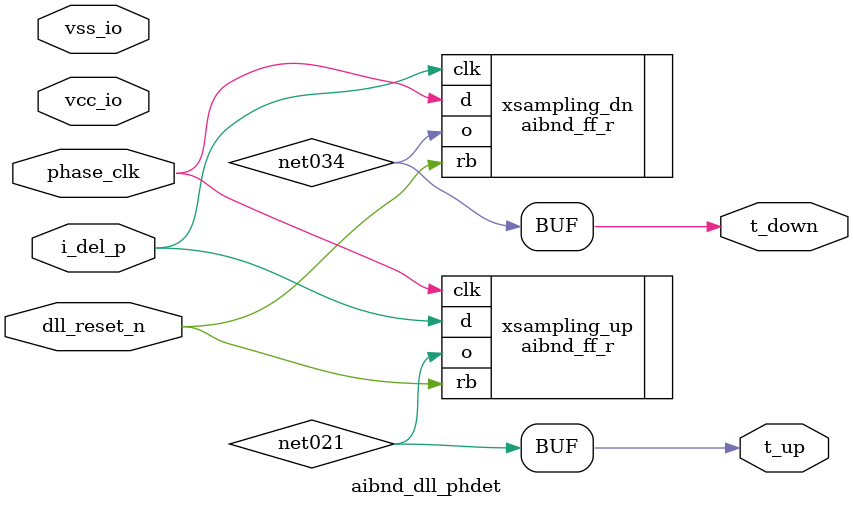
<source format=v>


module aibnd_dll_phdet ( t_down, t_up, dll_reset_n, i_del_p, phase_clk,
     vcc_io, vss_io );

output  t_down, t_up;

input  dll_reset_n, i_del_p, phase_clk, vcc_io, vss_io;

wire net034, t_down, net021, t_up; // Conversion Sript Generated


// specify 
//     specparam CDS_LIBNAME  = "aibnd_lib";
//     specparam CDS_CELLNAME = "aibnd_dll_phdet";
//     specparam CDS_VIEWNAME = "schematic";
// endspecify

assign t_down = net034;
assign t_up = net021;
aibnd_ff_r  xsampling_dn ( .o(net034), .d(phase_clk), .clk(i_del_p) /*`ifndef INTCNOPWR , .vss(vss_io) , .vcc(vcc_io) `endif*/ , .rb(dll_reset_n));
aibnd_ff_r  xsampling_up ( .o(net021), .d(i_del_p), .clk(phase_clk) /*`ifndef INTCNOPWR , .vss(vss_io) , .vcc(vcc_io) `endif*/ , .rb(dll_reset_n));

endmodule


</source>
